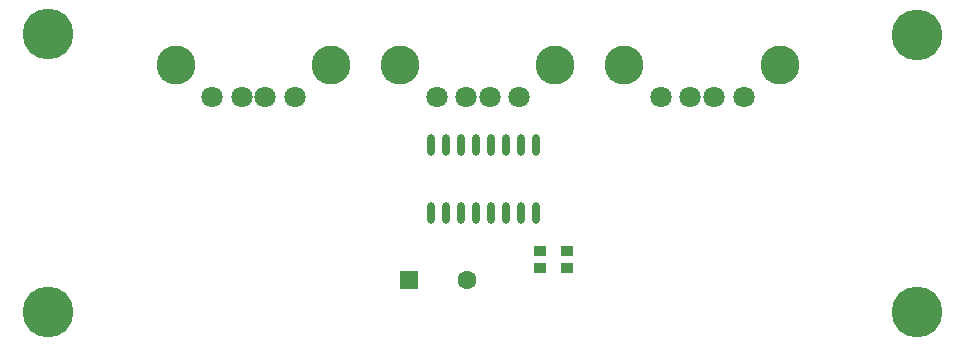
<source format=gbs>
G04*
G04 #@! TF.GenerationSoftware,Altium Limited,Altium Designer,19.0.4 (130)*
G04*
G04 Layer_Color=16711935*
%FSLAX24Y24*%
%MOIN*%
G70*
G01*
G75*
%ADD29C,0.0631*%
%ADD30R,0.0631X0.0631*%
%ADD31C,0.1300*%
%ADD32C,0.0709*%
%ADD33C,0.1693*%
%ADD47O,0.0261X0.0727*%
%ADD48R,0.0394X0.0355*%
D29*
X48433Y37465D02*
D03*
D30*
X46512D02*
D03*
D31*
X53692Y44625D02*
D03*
X58865Y44625D02*
D03*
X46217Y44625D02*
D03*
X51390Y44625D02*
D03*
X38742Y44625D02*
D03*
X43915Y44625D02*
D03*
D32*
X57664Y43558D02*
D03*
X56679D02*
D03*
X55892D02*
D03*
X54908D02*
D03*
X50189D02*
D03*
X49204D02*
D03*
X48417D02*
D03*
X47433D02*
D03*
X42714D02*
D03*
X41729D02*
D03*
X40942D02*
D03*
X39958D02*
D03*
D33*
X63458Y36392D02*
D03*
Y45649D02*
D03*
X34493Y45686D02*
D03*
Y36415D02*
D03*
D47*
X47234Y41958D02*
D03*
X47734D02*
D03*
X48234D02*
D03*
X48734D02*
D03*
X49234D02*
D03*
X49734D02*
D03*
X50234D02*
D03*
X50734D02*
D03*
X47234Y39696D02*
D03*
X47734D02*
D03*
X48234D02*
D03*
X48734D02*
D03*
X49234D02*
D03*
X49734D02*
D03*
X50234D02*
D03*
X50734D02*
D03*
D48*
X50890Y37882D02*
D03*
Y38433D02*
D03*
X51787Y37882D02*
D03*
Y38433D02*
D03*
M02*

</source>
